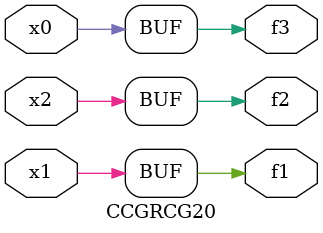
<source format=v>
module CCGRCG20(
	input x0, x1, x2,
	output f1, f2, f3
);
	assign f1 = x1;
	assign f2 = x2;
	assign f3 = x0;
endmodule

</source>
